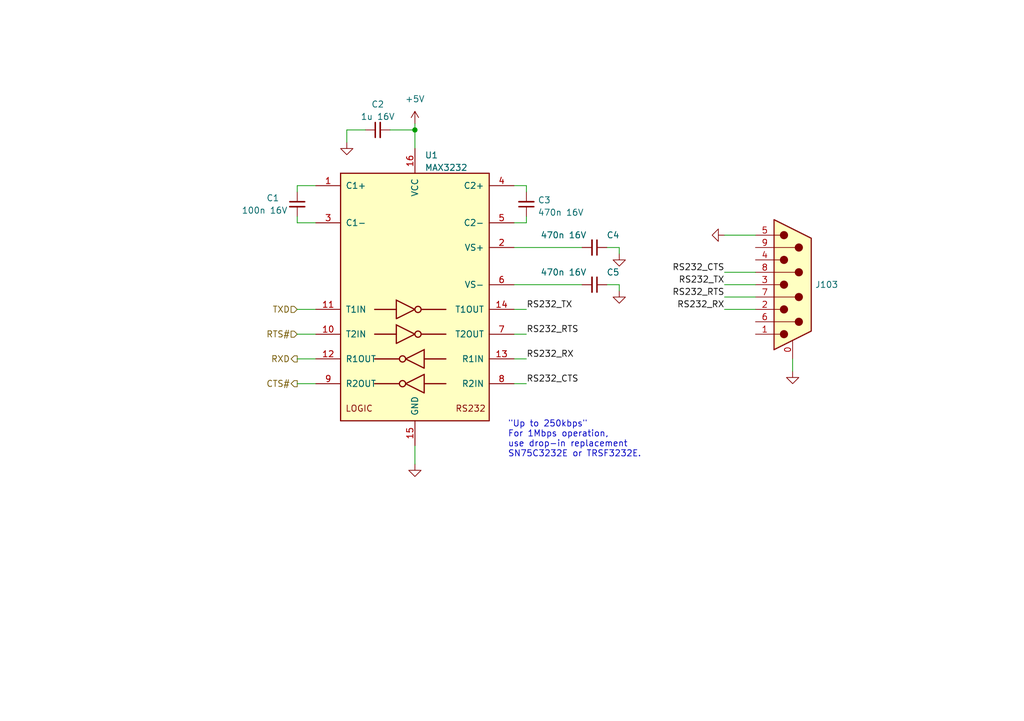
<source format=kicad_sch>
(kicad_sch (version 20230121) (generator eeschema)
  (paper "A5")
  (lib_symbols
    (symbol "Connector:DE9_Plug_MountingHoles" (pin_names (offset 1.016) hide)
      (property "Reference" "J" (at 0 16.51 0))
      (property "Value" "DE9_Plug_MountingHoles" (at 0 14.605 0))
      (symbol "DE9_Plug_MountingHoles_0_1"
        (circle (center -1.778 -10.16) (radius 0.762) (fill (type outline)))
        (circle (center -1.778 -5.08) (radius 0.762) (fill (type outline)))
        (circle (center -1.778 0) (radius 0.762) (fill (type outline)))
        (circle (center -1.778 5.08) (radius 0.762) (fill (type outline)))
        (circle (center -1.778 10.16) (radius 0.762) (fill (type outline)))
        (polyline (pts (xy -3.81 -10.16) (xy -2.54 -10.16)))
        (polyline (pts (xy -3.81 -7.62) (xy 0.508 -7.62)))
        (polyline (pts (xy -3.81 -5.08) (xy -2.54 -5.08)))
        (polyline (pts (xy -3.81 -2.54) (xy 0.508 -2.54)))
        (polyline (pts (xy -3.81 0) (xy -2.54 0)))
        (polyline (pts (xy -3.81 2.54) (xy 0.508 2.54)))
        (polyline (pts (xy -3.81 5.08) (xy -2.54 5.08)))
        (polyline (pts (xy -3.81 7.62) (xy 0.508 7.62)))
        (polyline (pts (xy -3.81 10.16) (xy -2.54 10.16)))
        (polyline (pts (xy -3.81 -13.335) (xy -3.81 13.335) (xy 3.81 9.525) (xy 3.81 -9.525) (xy -3.81 -13.335)) (stroke (width 0.254)) (fill (type background)))
        (circle (center 1.27 -7.62) (radius 0.762) (fill (type outline)))
        (circle (center 1.27 -2.54) (radius 0.762) (fill (type outline)))
        (circle (center 1.27 2.54) (radius 0.762) (fill (type outline)))
        (circle (center 1.27 7.62) (radius 0.762) (fill (type outline)))
      )
      (symbol "DE9_Plug_MountingHoles_1_1"
        (pin passive line (at 0 -15.24 90) (length 3.81) (name "PAD") (number "0"))
        (pin passive line (at -7.62 -10.16 0) (length 3.81) (name "1") (number "1"))
        (pin passive line (at -7.62 -5.08 0) (length 3.81) (name "2") (number "2"))
        (pin passive line (at -7.62 0 0) (length 3.81) (name "3") (number "3"))
        (pin passive line (at -7.62 5.08 0) (length 3.81) (name "4") (number "4"))
        (pin passive line (at -7.62 10.16 0) (length 3.81) (name "5") (number "5"))
        (pin passive line (at -7.62 -7.62 0) (length 3.81) (name "6") (number "6"))
        (pin passive line (at -7.62 -2.54 0) (length 3.81) (name "7") (number "7"))
        (pin passive line (at -7.62 2.54 0) (length 3.81) (name "8") (number "8"))
        (pin passive line (at -7.62 7.62 0) (length 3.81) (name "9") (number "9"))
      )
    )
    (symbol "Device:C_Small" (pin_numbers hide) (pin_names (offset 0.254) hide)
      (property "Reference" "C" (at 0.254 1.778 0))
      (property "Value" "C_Small" (at 0.254 -2.032 0))
      (symbol "C_Small_0_1"
        (polyline (pts (xy -1.524 -0.508) (xy 1.524 -0.508)) (stroke (width 0.3302)))
        (polyline (pts (xy -1.524 0.508) (xy 1.524 0.508)) (stroke (width 0.3048)))
      )
      (symbol "C_Small_1_1"
        (pin passive line (at 0 2.54 270) (length 2.032) (name "~") (number "1"))
        (pin passive line (at 0 -2.54 90) (length 2.032) (name "~") (number "2"))
      )
    )
    (symbol "Interface_UART:MAX3232" (pin_names (offset 1.016))
      (property "Reference" "U" (at -2.54 28.575 0))
      (property "Value" "MAX3232" (at -2.54 26.67 0))
      (symbol "MAX3232_0_0"
        (text "LOGIC" (at -11.43 -22.86 0) (effects (font (size 1.27 1.27))))
        (text "RS232" (at 11.43 -22.86 0) (effects (font (size 1.27 1.27))))
      )
      (symbol "MAX3232_0_1"
        (rectangle (start -15.24 -25.4) (end 15.24 25.4) (stroke (width 0.254)) (fill (type background)))
        (circle (center -2.54 -17.78) (radius 0.635) (stroke (width 0.254)))
        (circle (center -2.54 -12.7) (radius 0.635) (stroke (width 0.254)))
        (polyline (pts (xy -3.81 -7.62) (xy -8.255 -7.62)) (stroke (width 0.254)))
        (polyline (pts (xy -3.81 -2.54) (xy -8.255 -2.54)) (stroke (width 0.254)))
        (polyline (pts (xy -3.175 -17.78) (xy -8.255 -17.78)) (stroke (width 0.254)))
        (polyline (pts (xy -3.175 -12.7) (xy -8.255 -12.7)) (stroke (width 0.254)))
        (polyline (pts (xy 1.27 -7.62) (xy 6.35 -7.62)) (stroke (width 0.254)))
        (polyline (pts (xy 1.27 -2.54) (xy 6.35 -2.54)) (stroke (width 0.254)))
        (polyline (pts (xy 1.905 -17.78) (xy 6.35 -17.78)) (stroke (width 0.254)))
        (polyline (pts (xy 1.905 -12.7) (xy 6.35 -12.7)) (stroke (width 0.254)))
        (polyline (pts (xy -3.81 -5.715) (xy -3.81 -9.525) (xy 0 -7.62) (xy -3.81 -5.715)) (stroke (width 0.254)))
        (polyline (pts (xy -3.81 -0.635) (xy -3.81 -4.445) (xy 0 -2.54) (xy -3.81 -0.635)) (stroke (width 0.254)))
        (polyline (pts (xy 1.905 -15.875) (xy 1.905 -19.685) (xy -1.905 -17.78) (xy 1.905 -15.875)) (stroke (width 0.254)))
        (polyline (pts (xy 1.905 -10.795) (xy 1.905 -14.605) (xy -1.905 -12.7) (xy 1.905 -10.795)) (stroke (width 0.254)))
        (circle (center 0.635 -7.62) (radius 0.635) (stroke (width 0.254)))
        (circle (center 0.635 -2.54) (radius 0.635) (stroke (width 0.254)))
      )
      (symbol "MAX3232_1_1"
        (pin passive line (at -20.32 22.86 0) (length 5.08) (name "C1+") (number "1"))
        (pin input line (at -20.32 -7.62 0) (length 5.08) (name "T2IN") (number "10"))
        (pin input line (at -20.32 -2.54 0) (length 5.08) (name "T1IN") (number "11"))
        (pin output line (at -20.32 -12.7 0) (length 5.08) (name "R1OUT") (number "12"))
        (pin input line (at 20.32 -12.7 180) (length 5.08) (name "R1IN") (number "13"))
        (pin output line (at 20.32 -2.54 180) (length 5.08) (name "T1OUT") (number "14"))
        (pin power_in line (at 0 -30.48 90) (length 5.08) (name "GND") (number "15"))
        (pin power_in line (at 0 30.48 270) (length 5.08) (name "VCC") (number "16"))
        (pin power_out line (at 20.32 10.16 180) (length 5.08) (name "VS+") (number "2"))
        (pin passive line (at -20.32 15.24 0) (length 5.08) (name "C1-") (number "3"))
        (pin passive line (at 20.32 22.86 180) (length 5.08) (name "C2+") (number "4"))
        (pin passive line (at 20.32 15.24 180) (length 5.08) (name "C2-") (number "5"))
        (pin power_out line (at 20.32 2.54 180) (length 5.08) (name "VS-") (number "6"))
        (pin output line (at 20.32 -7.62 180) (length 5.08) (name "T2OUT") (number "7"))
        (pin input line (at 20.32 -17.78 180) (length 5.08) (name "R2IN") (number "8"))
        (pin output line (at -20.32 -17.78 0) (length 5.08) (name "R2OUT") (number "9"))
      )
    )
    (symbol "power:+5V" (power) (pin_names (offset 0))
      (property "Value" "+5V" (at 0 3.556 0))
      (symbol "+5V_0_1"
        (polyline (pts (xy -0.762 1.27) (xy 0 2.54)))
        (polyline (pts (xy 0 0) (xy 0 2.54)))
        (polyline (pts (xy 0 2.54) (xy 0.762 1.27)))
      )
      (symbol "+5V_1_1"
        (pin power_in line (at 0 0 90) (length 0) hide (name "+5V") (number "1"))
      )
    )
    (symbol "power:GND" (power) (pin_names (offset 0))
      (property "Value" "GND" (at 0 -3.81 0))
      (symbol "GND_0_1"
        (polyline (pts (xy 0 0) (xy 0 -1.27) (xy 1.27 -1.27) (xy 0 -2.54) (xy -1.27 -1.27) (xy 0 -1.27)))
      )
      (symbol "GND_1_1"
        (pin power_in line (at 0 0 270) (length 0) hide (name "GND") (number "1"))
      )
    )
  )
  (junction (at 85.09 26.67))
  (wire (pts (xy 127 58.42) (xy 124.46 58.42)))
  (wire (pts (xy 80.01 26.67) (xy 85.09 26.67)))
  (wire (pts (xy 127 52.07) (xy 127 50.8)))
  (wire (pts (xy 162.56 73.66) (xy 162.56 76.2)))
  (wire (pts (xy 71.12 26.67) (xy 74.93 26.67)))
  (wire (pts (xy 105.41 73.66) (xy 107.95 73.66)))
  (wire (pts (xy 60.96 38.1) (xy 60.96 39.37)))
  (wire (pts (xy 105.41 45.72) (xy 107.95 45.72)))
  (wire (pts (xy 105.41 63.5) (xy 107.95 63.5)))
  (wire (pts (xy 60.96 44.45) (xy 60.96 45.72)))
  (wire (pts (xy 64.77 38.1) (xy 60.96 38.1)))
  (wire (pts (xy 60.96 78.74) (xy 64.77 78.74)))
  (wire (pts (xy 107.95 38.1) (xy 107.95 39.37)))
  (wire (pts (xy 71.12 29.21) (xy 71.12 26.67)))
  (wire (pts (xy 127 59.69) (xy 127 58.42)))
  (wire (pts (xy 105.41 50.8) (xy 119.38 50.8)))
  (wire (pts (xy 105.41 38.1) (xy 107.95 38.1)))
  (wire (pts (xy 105.41 68.58) (xy 107.95 68.58)))
  (wire (pts (xy 60.96 45.72) (xy 64.77 45.72)))
  (wire (pts (xy 105.41 58.42) (xy 119.38 58.42)))
  (wire (pts (xy 85.09 26.67) (xy 85.09 30.48)))
  (wire (pts (xy 148.59 48.26) (xy 154.94 48.26)))
  (wire (pts (xy 105.41 78.74) (xy 107.95 78.74)))
  (wire (pts (xy 148.59 63.5) (xy 154.94 63.5)))
  (wire (pts (xy 85.09 91.44) (xy 85.09 95.25)))
  (wire (pts (xy 60.96 73.66) (xy 64.77 73.66)))
  (wire (pts (xy 107.95 45.72) (xy 107.95 44.45)))
  (wire (pts (xy 148.59 55.88) (xy 154.94 55.88)))
  (wire (pts (xy 60.96 68.58) (xy 64.77 68.58)))
  (wire (pts (xy 148.59 58.42) (xy 154.94 58.42)))
  (wire (pts (xy 60.96 63.5) (xy 64.77 63.5)))
  (wire (pts (xy 85.09 25.4) (xy 85.09 26.67)))
  (wire (pts (xy 127 50.8) (xy 124.46 50.8)))
  (wire (pts (xy 148.59 60.96) (xy 154.94 60.96)))
  (text "\"Up to 250kbps\"\nFor 1Mbps operation,\nuse drop-in replacement\nSN75C3232E or TRSF3232E.\n" (at 104.14 93.98 0) (effects (font (size 1.27 1.27)) (justify left bottom)))
  (label "RS232_RX" (at 107.95 73.66 0))
  (label "RS232_CTS" (at 107.95 78.74 0))
  (label "RS232_RTS" (at 107.95 68.58 0))
  (label "RS232_TX" (at 148.59 58.42 180))
  (label "RS232_TX" (at 107.95 63.5 0))
  (label "RS232_CTS" (at 148.59 55.88 180))
  (label "RS232_RX" (at 148.59 63.5 180))
  (label "RS232_RTS" (at 148.59 60.96 180))
  (hierarchical_label "TXD" (shape input) (at 60.96 63.5 180))
  (hierarchical_label "RXD" (shape output) (at 60.96 73.66 180))
  (hierarchical_label "CTS#" (shape output) (at 60.96 78.74 180))
  (hierarchical_label "RTS#" (shape input) (at 60.96 68.58 180))
  (symbol (lib_id "Device:C_Small") (at 77.47 26.67 90) (unit 1)
    (property "Reference" "C2" (at 77.4763 21.4081 90))
    (property "Value" "1u 16V" (at 77.4763 23.945 90))
    (property "Footprint" "Capacitor_SMD:C_0603_1608Metric" (effects hide))
    (instances (project "h3_extra_ports" (path "" (reference "C2") (unit 1))) (project "m1s-fpga-addon" (path "" (reference "C119") (unit 1)) (path "" (reference "C402") (unit 1))))
  )
  (symbol (lib_id "power:GND") (at 71.12 29.21 0) (unit 1)
    (property "Reference" "#PWR01" (effects hide))
    (property "Value" "GND" (effects hide))
    (instances (project "h3_extra_ports" (path "" (reference "#PWR01") (unit 1))) (project "m1s-fpga-addon" (path "" (reference "#PWR0146") (unit 1)) (path "" (reference "#PWR0401") (unit 1))))
  )
  (symbol (lib_id "Device:C_Small") (at 60.96 41.91 0) (mirror y) (unit 1)
    (property "Reference" "C1" (at 54.61 40.64 0) (effects (justify right)))
    (property "Value" "100n 16V" (at 49.53 43.18 0) (effects (justify right)))
    (property "Footprint" "Capacitor_SMD:C_0603_1608Metric" (effects hide))
    (instances (project "h3_extra_ports" (path "" (reference "C1") (unit 1))) (project "m1s-fpga-addon" (path "" (reference "C118") (unit 1)) (path "" (reference "C401") (unit 1))))
  )
  (symbol (lib_id "Device:C_Small") (at 121.92 50.8 270) (unit 1)
    (property "Reference" "C4" (at 125.73 48.26 90))
    (property "Value" "470n 16V" (at 115.57 48.26 90))
    (property "Footprint" "Capacitor_SMD:C_0603_1608Metric" (effects hide))
    (instances (project "h3_extra_ports" (path "" (reference "C4") (unit 1))) (project "m1s-fpga-addon" (path "" (reference "C121") (unit 1)) (path "" (reference "C404") (unit 1))))
  )
  (symbol (lib_id "power:GND") (at 162.56 76.2 0) (unit 1)
    (property "Reference" "#PWR02" (effects hide))
    (property "Value" "GND" (effects hide))
    (instances (project "h3_extra_ports" (path "" (reference "#PWR02") (unit 1))) (project "m1s-fpga-addon" (path "" (reference "#PWR0150") (unit 1)) (path "" (reference "#PWR0407") (unit 1))))
  )
  (symbol (lib_id "power:GND") (at 148.59 48.26 270) (unit 1)
    (property "Reference" "#PWR02" (effects hide))
    (property "Value" "GND" (effects hide))
    (instances (project "h3_extra_ports" (path "" (reference "#PWR02") (unit 1))) (project "m1s-fpga-addon" (path "" (reference "#PWR0150") (unit 1)) (path "" (reference "#PWR0406") (unit 1))))
  )
  (symbol (lib_id "Connector:DE9_Plug_MountingHoles") (at 162.56 58.42 0) (unit 1)
    (property "Reference" "J103" (at 167.132 58.42 0) (effects (justify left)))
    (property "Value" "DE9_Plug" (effects hide))
    (property "Footprint" "Connector_Dsub:DSUB-9_Male_Horizontal_P2.77x2.84mm_EdgePinOffset4.94mm_Housed_MountingHolesOffset7.48mm" (effects hide))
    (property "Datasheet" " ~" (effects hide))
    (instances (project "m1s-fpga-addon" (path "" (reference "J103") (unit 1)) (path "" (reference "J401") (unit 1))))
  )
  (symbol (lib_id "power:GND") (at 127 59.69 0) (unit 1)
    (property "Reference" "#PWR04" (effects hide))
    (property "Value" "GND" (effects hide))
    (instances (project "h3_extra_ports" (path "" (reference "#PWR04") (unit 1))) (project "m1s-fpga-addon" (path "" (reference "#PWR0149") (unit 1)) (path "" (reference "#PWR0405") (unit 1))))
  )
  (symbol (lib_id "power:+5V") (at 85.09 25.4 0) (unit 1)
    (property "Reference" "#PWR0158" (effects hide))
    (property "Value" "+5V" (at 85.09 20.32 0))
    (instances (project "m1s-fpga-addon" (path "" (reference "#PWR0158") (unit 1)) (path "" (reference "#PWR0402") (unit 1))))
  )
  (symbol (lib_id "Interface_UART:MAX3232") (at 85.09 60.96 0) (unit 1)
    (property "Reference" "U1" (at 87.1094 31.8602 0) (effects (justify left)))
    (property "Value" "MAX3232" (at 87.1094 34.3971 0) (effects (justify left)))
    (property "Footprint" "Package_SO:SOIC-16_3.9x9.9mm_P1.27mm" (effects hide))
    (property "Datasheet" "https://www.ti.com/lit/ds/symlink/max3232.pdf" (effects hide))
    (instances (project "h3_extra_ports" (path "" (reference "U1") (unit 1))) (project "m1s-fpga-addon" (path "" (reference "U105") (unit 1)) (path "" (reference "U401") (unit 1))))
  )
  (symbol (lib_id "Device:C_Small") (at 121.92 58.42 270) (unit 1)
    (property "Reference" "C5" (at 125.73 55.88 90))
    (property "Value" "470n 16V" (at 115.57 55.88 90))
    (property "Footprint" "Capacitor_SMD:C_0603_1608Metric" (effects hide))
    (instances (project "h3_extra_ports" (path "" (reference "C5") (unit 1))) (project "m1s-fpga-addon" (path "" (reference "C122") (unit 1)) (path "" (reference "C405") (unit 1))))
  )
  (symbol (lib_id "Device:C_Small") (at 107.95 41.91 180) (unit 1)
    (property "Reference" "C3" (at 110.2741 41.0689 0) (effects (justify right)))
    (property "Value" "470n 16V" (at 110.2741 43.6058 0) (effects (justify right)))
    (property "Footprint" "Capacitor_SMD:C_0603_1608Metric" (effects hide))
    (instances (project "h3_extra_ports" (path "" (reference "C3") (unit 1))) (project "m1s-fpga-addon" (path "" (reference "C120") (unit 1)) (path "" (reference "C403") (unit 1))))
  )
  (symbol (lib_id "power:GND") (at 127 52.07 0) (unit 1)
    (property "Reference" "#PWR03" (effects hide))
    (property "Value" "GND" (effects hide))
    (instances (project "h3_extra_ports" (path "" (reference "#PWR03") (unit 1))) (project "m1s-fpga-addon" (path "" (reference "#PWR0148") (unit 1)) (path "" (reference "#PWR0404") (unit 1))))
  )
  (symbol (lib_id "power:GND") (at 85.09 95.25 0) (unit 1)
    (property "Reference" "#PWR02" (effects hide))
    (property "Value" "GND" (effects hide))
    (instances (project "h3_extra_ports" (path "" (reference "#PWR02") (unit 1))) (project "m1s-fpga-addon" (path "" (reference "#PWR0147") (unit 1)) (path "" (reference "#PWR0403") (unit 1))))
  )
)
</source>
